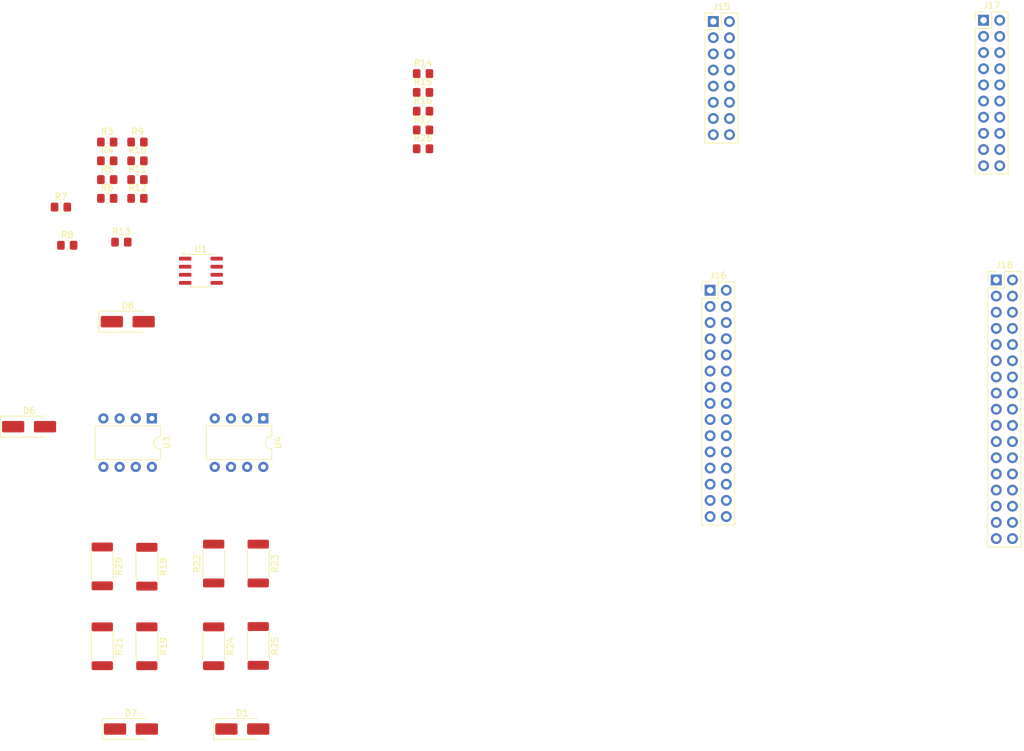
<source format=kicad_pcb>
(kicad_pcb (version 20240108) (generator "pcbnew") (generator_version "8.0")
  (layers (0 "F.Cu" power) (1 "In1.Cu" signal) (2 "In2.Cu" signal) (31 "B.Cu" signal) (34 "B.Paste" user) (35 "F.Paste" user) (36 "B.SilkS" user "B.Silkscreen") (37 "F.SilkS" user "F.Silkscreen") (38 "B.Mask" user) (39 "F.Mask" user) (44 "Edge.Cuts" user))
  (net 0 "")
  (net 1 "Vin2")
  (net 2 "Vin1")
  (net 3 "Net-(R12-Pad1)")
  (net 4 "Net-(D2-K)")
  (net 5 "GND")
  (net 6 "Net-(R10-Pad2)")
  (net 7 "Net-(D4-K)")
  (net 8 "Net-(J3-Pin_1)")
  (net 10 "Net-(J6-Pin_1)")
  (net 12 "Net-(J11-Pin_1)")
  (net 13 "Net-(J13-Pin_1)")
  (net 14 "Net-(U1-~{CS})")
  (net 15 "Net-(U1-T+)")
  (net 16 "Net-(U1-SO)")
  (net 17 "OV_TC")
  (net 18 "Net-(U1-T-)")
  (net 19 "+3V3_TC")
  (net 20 "Net-(U1-SCK)")
  (net 24 "Net-(J19-Pin_1)")
  (net 25 "Net-(U3-OUT_A)")
  (net 26 "Net-(U4-OUT_A)")
  (net 28 "Net-(J20-Pin_1)")
  (net 31 "Net-(R18-Pad2)")
  (net 32 "Net-(D7-K)")
  (net 33 "Net-(R20-Pad2)")
  (net 34 "Net-(R22-Pad2)")
  (net 35 "Net-(R23-Pad2)")
  (net 38 "Net-(D1-K)")
  (footprint "Resistor_SMD:R_0805_2012Metric_Pad1.20x1.40mm_HandSolder" (layer "F.Cu") (at 149.4 64.88)
    (property "Reference" "R17" (at 0 -1.65 0) (layer "F.SilkS"))
    (property "Value" "DNF")
    (fp_line (start -0.227064 -0.735) (end 0.227064 -0.735) (stroke (width 0.12)) (layer "F.SilkS"))
    (fp_line (start -0.227064 0.735) (end 0.227064 0.735) (stroke (width 0.12)) (layer "F.SilkS"))
    (pad "1" smd roundrect (at -1 0) (size 1.2 1.4) (layers "F.Cu" "F.Paste" "F.Mask") (roundrect_rratio 0.208333) (net 5 "GND"))
    (pad "2" smd roundrect (at 1 0) (size 1.2 1.4) (layers "F.Cu" "F.Paste" "F.Mask") (roundrect_rratio 0.208333) (net 26 "Net-(U4-OUT_A)"))
  )
  (footprint "Package_SO:SOIC-8_3.9x4.9mm_P1.27mm" (layer "F.Cu") (at 114.5 87)
    (property "Reference" "U1" (at 0 -3.4 0) (layer "F.SilkS"))
    (property "Value" "MAX31855KASA" (hide yes))
    (fp_line (start 0 -2.56) (end -1.95 -2.56) (stroke (width 0.12)) (layer "F.SilkS"))
    (fp_line (start 0 -2.56) (end 1.95 -2.56) (stroke (width 0.12)) (layer "F.SilkS"))
    (fp_line (start 0 2.56) (end -1.95 2.56) (stroke (width 0.12)) (layer "F.SilkS"))
    (fp_line (start 0 2.56) (end 1.95 2.56) (stroke (width 0.12)) (layer "F.SilkS"))
    (fp_poly (pts (xy -2.7 -2.465) (xy -2.94 -2.795) (xy -2.46 -2.795) (xy -2.7 -2.465)) (stroke (width 0.12)) (fill solid) (layer "F.SilkS"))
    (pad "1" smd roundrect (at -2.475 -1.905) (size 1.95 0.6) (layers "F.Cu" "F.Paste" "F.Mask") (net 17 "OV_TC"))
    (pad "2" smd roundrect (at -2.475 -0.635) (size 1.95 0.6) (layers "F.Cu" "F.Paste" "F.Mask") (net 18 "Net-(U1-T-)"))
    (pad "3" smd roundrect (at -2.475 0.635) (size 1.95 0.6) (layers "F.Cu" "F.Paste" "F.Mask") (net 15 "Net-(U1-T+)"))
    (pad "4" smd roundrect (at -2.475 1.905) (size 1.95 0.6) (layers "F.Cu" "F.Paste" "F.Mask") (net 19 "+3V3_TC"))
    (pad "5" smd roundrect (at 2.475 1.905) (size 1.95 0.6) (layers "F.Cu" "F.Paste" "F.Mask") (net 20 "Net-(U1-SCK)"))
    (pad "6" smd roundrect (at 2.475 0.635) (size 1.95 0.6) (layers "F.Cu" "F.Paste" "F.Mask") (net 14 "Net-(U1-~{CS})"))
    (pad "7" smd roundrect (at 2.475 -0.635) (size 1.95 0.6) (layers "F.Cu" "F.Paste" "F.Mask") (net 16 "Net-(U1-SO)"))
    (pad "8" smd roundrect (at 2.475 -1.905) (size 1.95 0.6) (layers "F.Cu" "F.Paste" "F.Mask"))
  )
  (footprint "Resistor_SMD:R_0805_2012Metric_Pad1.20x1.40mm_HandSolder" (layer "F.Cu") (at 99.78 75.63)
    (property "Reference" "R6" (at 0 -1.65 0) (layer "F.SilkS"))
    (property "Value" "R" (hide yes))
    (fp_line (start -0.227064 -0.735) (end 0.227064 -0.735) (stroke (width 0.12)) (layer "F.SilkS"))
    (fp_line (start -0.227064 0.735) (end 0.227064 0.735) (stroke (width 0.12)) (layer "F.SilkS"))
    (pad "1" smd roundrect (at -1 0) (size 1.2 1.4) (layers "F.Cu" "F.Paste" "F.Mask") (roundrect_rratio 0.208333) (net 7 "Net-(D4-K)"))
    (pad "2" smd roundrect (at 1 0) (size 1.2 1.4) (layers "F.Cu" "F.Paste" "F.Mask") (roundrect_rratio 0.208333) (net 6 "Net-(R10-Pad2)"))
  )
  (footprint "Diode_SMD:D_SMA_Handsoldering" (layer "F.Cu") (at 121 159)
    (property "Reference" "D1" (at 0 -2.5 0) (layer "F.SilkS"))
    (property "Value" "13V")
    (fp_line (start -4.51 -1.65) (end -4.51 1.65) (stroke (width 0.12)) (layer "F.SilkS"))
    (fp_line (start -4.51 -1.65) (end 2.5 -1.65) (stroke (width 0.12)) (layer "F.SilkS"))
    (fp_line (start -4.51 1.65) (end 2.5 1.65) (stroke (width 0.12)) (layer "F.SilkS"))
    (pad "1" smd roundrect (at -2.5 0) (size 3.5 1.8) (layers "F.Cu" "F.Paste" "F.Mask") (roundrect_rratio 0.1388888889) (net 38 "Net-(D1-K)"))
    (pad "2" smd roundrect (at 2.5 0) (size 3.5 1.8) (layers "F.Cu" "F.Paste" "F.Mask") (roundrect_rratio 0.1388888889) (net 5 "GND"))
  )
  (footprint "Diode_SMD:D_SMA_Handsoldering" (layer "F.Cu") (at 103.5 159)
    (property "Reference" "D7" (at 0 -2.5 0) (layer "F.SilkS"))
    (property "Value" "13V")
    (fp_line (start -4.51 -1.65) (end -4.51 1.65) (stroke (width 0.12)) (layer "F.SilkS"))
    (fp_line (start -4.51 -1.65) (end 2.5 -1.65) (stroke (width 0.12)) (layer "F.SilkS"))
    (fp_line (start -4.51 1.65) (end 2.5 1.65) (stroke (width 0.12)) (layer "F.SilkS"))
    (pad "1" smd roundrect (at -2.5 0) (size 3.5 1.8) (layers "F.Cu" "F.Paste" "F.Mask") (roundrect_rratio 0.1388888889) (net 32 "Net-(D7-K)"))
    (pad "2" smd roundrect (at 2.5 0) (size 3.5 1.8) (layers "F.Cu" "F.Paste" "F.Mask") (roundrect_rratio 0.1388888889) (net 5 "GND"))
  )
  (footprint "Resistor_SMD:R_0805_2012Metric_Pad1.20x1.40mm_HandSolder" (layer "F.Cu") (at 149.4 58.98)
    (property "Reference" "R15" (at 0 -1.65 0) (layer "F.SilkS"))
    (property "Value" "10k")
    (fp_line (start -0.227064 -0.735) (end 0.227064 -0.735) (stroke (width 0.12)) (layer "F.SilkS"))
    (fp_line (start -0.227064 0.735) (end 0.227064 0.735) (stroke (width 0.12)) (layer "F.SilkS"))
    (pad "1" smd roundrect (at -1 0) (size 1.2 1.4) (layers "F.Cu" "F.Paste" "F.Mask") (roundrect_rratio 0.208333) (net 5 "GND"))
    (pad "2" smd roundrect (at 1 0) (size 1.2 1.4) (layers "F.Cu" "F.Paste" "F.Mask") (roundrect_rratio 0.208333) (net 28 "Net-(J20-Pin_1)"))
  )
  (footprint "Resistor_SMD:R_0805_2012Metric_Pad1.20x1.40mm_HandSolder" (layer "F.Cu") (at 104.53 72.68)
    (property "Reference" "R11" (at 0 -1.65 0) (layer "F.SilkS"))
    (property "Value" "R" (hide yes))
    (fp_line (start -0.227064 -0.735) (end 0.227064 -0.735) (stroke (width 0.12)) (layer "F.SilkS"))
    (fp_line (start -0.227064 0.735) (end 0.227064 0.735) (stroke (width 0.12)) (layer "F.SilkS"))
    (pad "1" smd roundrect (at -1 0) (size 1.2 1.4) (layers "F.Cu" "F.Paste" "F.Mask") (roundrect_rratio 0.208333) (net 6 "Net-(R10-Pad2)"))
    (pad "2" smd roundrect (at 1 0) (size 1.2 1.4) (layers "F.Cu" "F.Paste" "F.Mask") (roundrect_rratio 0.208333))
  )
  (footprint "Resistor_SMD:R_0805_2012Metric_Pad1.20x1.40mm_HandSolder" (layer "F.Cu") (at 102 82.5)
    (property "Reference" "R13" (at 0 -1.65 0) (layer "F.SilkS"))
    (property "Value" "R" (hide yes))
    (fp_line (start -0.227064 -0.735) (end 0.227064 -0.735) (stroke (width 0.12)) (layer "F.SilkS"))
    (fp_line (start -0.227064 0.735) (end 0.227064 0.735) (stroke (width 0.12)) (layer "F.SilkS"))
    (pad "1" smd roundrect (at -1 0) (size 1.2 1.4) (layers "F.Cu" "F.Paste" "F.Mask") (roundrect_rratio 0.208333) (net 6 "Net-(R10-Pad2)"))
    (pad "2" smd roundrect (at 1 0) (size 1.2 1.4) (layers "F.Cu" "F.Paste" "F.Mask") (roundrect_rratio 0.208333) (net 13 "Net-(J13-Pin_1)"))
  )
  (footprint "Resistor_SMD:R_2512_6332Metric_Pad1.40x3.35mm_HandSolder" (layer "F.Cu") (at 106 133.5 -90)
    (property "Reference" "R18" (at 0 -2.62 90) (layer "F.SilkS"))
    (property "Value" "43R")
    (fp_line (start -2.177064 1.71) (end 2.177064 1.71) (stroke (width 0.12)) (layer "F.SilkS"))
    (fp_line (start -2.177064 -1.71) (end 2.177064 -1.71) (stroke (width 0.12)) (layer "F.SilkS"))
    (pad "1" smd roundrect (at -3.05 0 270) (size 1.4 3.35) (layers "F.Cu" "F.Paste" "F.Mask") (roundrect_rratio 0.178571) (net 25 "Net-(U3-OUT_A)"))
    (pad "2" smd roundrect (at 3.05 0 270) (size 1.4 3.35) (layers "F.Cu" "F.Paste" "F.Mask") (roundrect_rratio 0.178571) (net 31 "Net-(R18-Pad2)"))
  )
  (footprint "Resistor_SMD:R_0805_2012Metric_Pad1.20x1.40mm_HandSolder" (layer "F.Cu") (at 92.5 77)
    (property "Reference" "R7" (at 0 -1.65 0) (layer "F.SilkS"))
    (property "Value" "R" (hide yes))
    (fp_line (start -0.227064 -0.735) (end 0.227064 -0.735) (stroke (width 0.12)) (layer "F.SilkS"))
    (fp_line (start -0.227064 0.735) (end 0.227064 0.735) (stroke (width 0.12)) (layer "F.SilkS"))
    (pad "1" smd roundrect (at -1 0) (size 1.2 1.4) (layers "F.Cu" "F.Paste" "F.Mask") (roundrect_rratio 0.208333) (net 6 "Net-(R10-Pad2)"))
    (pad "2" smd roundrect (at 1 0) (size 1.2 1.4) (layers "F.Cu" "F.Paste" "F.Mask") (roundrect_rratio 0.208333) (net 5 "GND"))
  )
  (footprint "Resistor_SMD:R_0805_2012Metric_Pad1.20x1.40mm_HandSolder" (layer "F.Cu") (at 104.53 69.73)
    (property "Reference" "R10" (at 0 -1.65 0) (layer "F.SilkS"))
    (property "Value" "R" (hide yes))
    (fp_line (start -0.227064 -0.735) (end 0.227064 -0.735) (stroke (width 0.12)) (layer "F.SilkS"))
    (fp_line (start -0.227064 0.735) (end 0.227064 0.735) (stroke (width 0.12)) (layer "F.SilkS"))
    (pad "1" smd roundrect (at -1 0) (size 1.2 1.4) (layers "F.Cu" "F.Paste" "F.Mask") (roundrect_rratio 0.208333) (net 10 "Net-(J6-Pin_1)"))
    (pad "2" smd roundrect (at 1 0) (size 1.2 1.4) (layers "F.Cu" "F.Paste" "F.Mask") (roundrect_rratio 0.208333) (net 6 "Net-(R10-Pad2)"))
  )
  (footprint "Resistor_SMD:R_2512_6332Metric_Pad1.40x3.35mm_HandSolder" (layer "F.Cu") (at 99 146 -90)
    (property "Reference" "R21" (at 0 -2.62 90) (layer "F.SilkS"))
    (property "Value" "43R")
    (fp_line (start -2.177064 1.71) (end 2.177064 1.71) (stroke (width 0.12)) (layer "F.SilkS"))
    (fp_line (start -2.177064 -1.71) (end 2.177064 -1.71) (stroke (width 0.12)) (layer "F.SilkS"))
    (pad "1" smd roundrect (at -3.05 0 270) (size 1.4 3.35) (layers "F.Cu" "F.Paste" "F.Mask") (roundrect_rratio 0.178571) (net 33 "Net-(R20-Pad2)"))
    (pad "2" smd roundrect (at 3.05 0 270) (size 1.4 3.35) (layers "F.Cu" "F.Paste" "F.Mask") (roundrect_rratio 0.178571) (net 32 "Net-(D7-K)"))
  )
  (footprint "Package_DIP:DIP-8_W7.62mm" (layer "F.Cu") (at 124.3 110.2 -90)
    (property "Reference" "U4" (at 3.81 -2.33 90) (layer "F.SilkS"))
    (property "Value" "TC4427" (hide yes))
    (fp_line (start 1.16 8.95) (end 6.46 8.95) (stroke (width 0.12)) (layer "F.SilkS"))
    (fp_line (start 6.46 8.95) (end 6.46 -1.33) (stroke (width 0.12)) (layer "F.SilkS"))
    (fp_line (start 1.16 -1.33) (end 1.16 8.95) (stroke (width 0.12)) (layer "F.SilkS"))
    (fp_line (start 2.81 -1.33) (end 1.16 -1.33) (stroke (width 0.12)) (layer "F.SilkS"))
    (fp_line (start 6.46 -1.33) (end 4.81 -1.33) (stroke (width 0.12)) (layer "F.SilkS"))
    (fp_arc (start 4.81 -1.33) (mid 3.81 -0.33) (end 2.81 -1.33) (stroke (width 0.12)) (layer "F.SilkS"))
    (pad "1" thru_hole rect (at 0 0 270) (size 1.6 1.6) (drill 0.8) (layers "*.Cu" "*.Mask"))
    (pad "2" thru_hole oval (at 0 2.54 270) (size 1.6 1.6) (drill 0.8) (layers "*.Cu" "*.Mask") (net 28 "Net-(J20-Pin_1)"))
    (pad "3" thru_hole oval (at 0 5.08 270) (size 1.6 1.6) (drill 0.8) (layers "*.Cu" "*.Mask") (net 5 "GND"))
    (pad "4" thru_hole oval (at 0 7.62 270) (size 1.6 1.6) (drill 0.8) (layers "*.Cu" "*.Mask") (net 5 "GND"))
    (pad "5" thru_hole oval (at 7.62 7.62 270) (size 1.6 1.6) (drill 0.8) (layers "*.Cu" "*.Mask"))
    (pad "6" thru_hole oval (at 7.62 5.08 270) (size 1.6 1.6) (drill 0.8) (layers "*.Cu" "*.Mask") (net 1 "Vin2"))
    (pad "7" thru_hole oval (at 7.62 2.54 270) (size 1.6 1.6) (drill 0.8) (layers "*.Cu" "*.Mask") (net 26 "Net-(U4-OUT_A)"))
    (pad "8" thru_hole oval (at 7.62 0 270) (size 1.6 1.6) (drill 0.8) (layers "*.Cu" "*.Mask"))
  )
  (footprint "Resistor_SMD:R_0805_2012Metric_Pad1.20x1.40mm_HandSolder" (layer "F.Cu") (at 99.78 66.78)
    (property "Reference" "R3" (at 0 -1.65 0) (layer "F.SilkS"))
    (property "Value" "0R" (hide yes))
    (fp_line (start -0.227064 -0.735) (end 0.227064 -0.735) (stroke (width 0.12)) (layer "F.SilkS"))
    (fp_line (start -0.227064 0.735) (end 0.227064 0.735) (stroke (width 0.12)) (layer "F.SilkS"))
    (pad "1" smd roundrect (at -1 0) (size 1.2 1.4) (layers "F.Cu" "F.Paste" "F.Mask") (roundrect_rratio 0.208333) (net 2 "Vin1"))
    (pad "2" smd roundrect (at 1 0) (size 1.2 1.4) (layers "F.Cu" "F.Paste" "F.Mask") (roundrect_rratio 0.208333) (net 1 "Vin2"))
  )
  (footprint "Resistor_SMD:R_0805_2012Metric_Pad1.20x1.40mm_HandSolder" (layer "F.Cu") (at 93.5 83)
    (property "Reference" "R8" (at 0 -1.65 0) (layer "F.SilkS"))
    (property "Value" "R" (hide yes))
    (fp_line (start -0.227064 -0.735) (end 0.227064 -0.735) (stroke (width 0.12)) (layer "F.SilkS"))
    (fp_line (start -0.227064 0.735) (end 0.227064 0.735) (stroke (width 0.12)) (layer "F.SilkS"))
    (pad "1" smd roundrect (at -1 0) (size 1.2 1.4) (layers "F.Cu" "F.Paste" "F.Mask") (roundrect_rratio 0.208333) (net 8 "Net-(J3-Pin_1)"))
    (pad "2" smd roundrect (at 1 0) (size 1.2 1.4) (layers "F.Cu" "F.Paste" "F.Mask") (roundrect_rratio 0.208333) (net 3 "Net-(R12-Pad1)"))
  )
  (footprint "Resistor_SMD:R_0805_2012Metric_Pad1.20x1.40mm_HandSolder" (layer "F.Cu") (at 149.4 56.03)
    (property "Reference" "R14" (at 0 -1.65 0) (layer "F.SilkS"))
    (property "Value" "10k")
    (fp_line (start -0.227064 -0.735) (end 0.227064 -0.735) (stroke (width 0.12)) (layer "F.SilkS"))
    (fp_line (start -0.227064 0.735) (end 0.227064 0.735) (stroke (width 0.12)) (layer "F.SilkS"))
    (pad "1" smd roundrect (at -1 0) (size 1.2 1.4) (layers "F.Cu" "F.Paste" "F.Mask") (roundrect_rratio 0.208333) (net 5 "GND"))
    (pad "2" smd roundrect (at 1 0) (size 1.2 1.4) (layers "F.Cu" "F.Paste" "F.Mask") (roundrect_rratio 0.208333) (net 24 "Net-(J19-Pin_1)"))
  )
  (footprint "Resistor_SMD:R_2512_6332Metric_Pad1.40x3.35mm_HandSolder" (layer "F.Cu") (at 99 133.45 -90)
    (property "Reference" "R20" (at 0 -2.62 90) (layer "F.SilkS"))
    (property "Value" "43R")
    (fp_line (start -2.177064 1.71) (end 2.177064 1.71) (stroke (width 0.12)) (layer "F.SilkS"))
    (fp_line (start -2.177064 -1.71) (end 2.177064 -1.71) (stroke (width 0.12)) (layer "F.SilkS"))
    (pad "1" smd roundrect (at -3.05 0 270) (size 1.4 3.35) (layers "F.Cu" "F.Paste" "F.Mask") (roundrect_rratio 0.178571) (net 25 "Net-(U3-OUT_A)"))
    (pad "2" smd roundrect (at 3.05 0 270) (size 1.4 3.35) (layers "F.Cu" "F.Paste" "F.Mask") (roundrect_rratio 0.178571) (net 33 "Net-(R20-Pad2)"))
  )
  (footprint "Resistor_SMD:R_2512_6332Metric_Pad1.40x3.35mm_HandSolder" (layer "F.Cu") (at 106 146 -90)
    (property "Reference" "R19" (at 0 -2.62 90) (layer "F.SilkS"))
    (property "Value" "43R")
    (fp_line (start -2.177064 1.71) (end 2.177064 1.71) (stroke (width 0.12)) (layer "F.SilkS"))
    (fp_line (start -2.177064 -1.71) (end 2.177064 -1.71) (stroke (width 0.12)) (layer "F.SilkS"))
    (pad "1" smd roundrect (at -3.05 0 270) (size 1.4 3.35) (layers "F.Cu" "F.Paste" "F.Mask") (roundrect_rratio 0.178571) (net 31 "Net-(R18-Pad2)"))
    (pad "2" smd roundrect (at 3.05 0 270) (size 1.4 3.35) (layers "F.Cu" "F.Paste" "F.Mask") (roundrect_rratio 0.178571) (net 32 "Net-(D7-K)"))
  )
  (footprint "Diode_SMD:D_SMA_Handsoldering" (layer "F.Cu") (at 87.5 111.5)
    (property "Reference" "D6" (at 0 -2.5 0) (layer "F.SilkS"))
    (property "Value" "13V")
    (fp_line (start -4.51 -1.65) (end -4.51 1.65) (stroke (width 0.12)) (layer "F.SilkS"))
    (fp_line (start -4.51 -1.65) (end 2.5 -1.65) (stroke (width 0.12)) (layer "F.SilkS"))
    (fp_line (start -4.51 1.65) (end 2.5 1.65) (stroke (width 0.12)) (layer "F.SilkS"))
    (pad "1" smd roundrect (at -2.5 0) (size 3.5 1.8) (layers "F.Cu" "F.Paste" "F.Mask") (roundrect_rratio 0.1388888889) (net 2 "Vin1"))
    (pad "2" smd roundrect (at 2.5 0) (size 3.5 1.8) (layers "F.Cu" "F.Paste" "F.Mask") (roundrect_rratio 0.1388888889) (net 5 "GND"))
  )
  (footprint "Resistor_SMD:R_0805_2012Metric_Pad1.20x1.40mm_HandSolder" (layer "F.Cu") (at 104.53 66.78)
    (property "Reference" "R9" (at 0 -1.65 0) (layer "F.SilkS"))
    (property "Value" "R" (hide yes))
    (fp_line (start -0.227064 -0.735) (end 0.227064 -0.735) (stroke (width 0.12)) (layer "F.SilkS"))
    (fp_line (start -0.227064 0.735) (end 0.227064 0.735) (stroke (width 0.12)) (layer "F.SilkS"))
    (pad "1" smd roundrect (at -1 0) (size 1.2 1.4) (layers "F.Cu" "F.Paste" "F.Mask") (roundrect_rratio 0.208333) (net 3 "Net-(R12-Pad1)"))
    (pad "2" smd roundrect (at 1 0) (size 1.2 1.4) (layers "F.Cu" "F.Paste" "F.Mask") (roundrect_rratio 0.208333))
  )
  (footprint "Resistor_SMD:R_0805_2012Metric_Pad1.20x1.40mm_HandSolder" (layer "F.Cu") (at 149.4 67.83)
    (property "Reference" "R26" (at 0 -1.65 0) (layer "F.SilkS"))
    (property "Value" "10k")
    (fp_line (start -0.227064 -0.735) (end 0.227064 -0.735) (stroke (width 0.12)) (layer "F.SilkS"))
    (fp_line (start -0.227064 0.735) (end 0.227064 0.735) (stroke (width 0.12)) (layer "F.SilkS"))
    (pad "1" smd roundrect (at -1 0) (size 1.2 1.4) (layers "F.Cu" "F.Paste" "F.Mask") (roundrect_rratio 0.208333))
    (pad "2" smd roundrect (at 1 0) (size 1.2 1.4) (layers "F.Cu" "F.Paste" "F.Mask") (roundrect_rratio 0.208333))
  )
  (footprint "Connector_PinHeader_2.54mm:PinHeader_2x15_P2.54mm_Vertical" (layer "F.Cu") (at 194.5 90.06)
    (property "Reference" "J16" (at 1.27 -2.33 0) (layer "F.SilkS"))
    (property "Value" "~")
    (fp_line (start -1.33 -1.33) (end 0 -1.33) (stroke (width 0.12)) (layer "F.SilkS"))
    (fp_line (start -1.33 0) (end -1.33 -1.33) (stroke (width 0.12)) (layer "F.SilkS"))
    (fp_line (start -1.33 1.27) (end -1.33 36.89) (stroke (width 0.12)) (layer "F.SilkS"))
    (fp_line (start -1.33 1.27) (end 1.27 1.27) (stroke (width 0.12)) (layer "F.SilkS"))
    (fp_line (start -1.33 36.89) (end 3.87 36.89) (stroke (width 0.12)) (layer "F.SilkS"))
    (fp_line (start 1.27 -1.33) (end 3.87 -1.33) (stroke (width 0.12)) (layer "F.SilkS"))
    (fp_line (start 1.27 1.27) (end 1.27 -1.33) (stroke (width 0.12)) (layer "F.SilkS"))
    (fp_line (start 3.87 -1.33) (end 3.87 36.89) (stroke (width 0.12)) (layer "F.SilkS"))
    (pad "1" thru_hole rect (at 0 0) (size 1.7 1.7) (drill 1) (layers "*.Cu" "*.Mask"))
    (pad "2" thru_hole oval (at 2.54 0) (size 1.7 1.7) (drill 1) (layers "*.Cu" "*.Mask"))
    (pad "3" thru_hole oval (at 0 2.54) (size 1.7 1.7) (drill 1) (layers "*.Cu" "*.Mask"))
    (pad "4" thru_hole oval (at 2.54 2.54) (size 1.7 1.7) (drill 1) (layers "*.Cu" "*.Mask"))
    (pad "5" thru_hole oval (at 0 5.08) (size 1.7 1.7) (drill 1) (layers "*.Cu" "*.Mask"))
    (pad "6" thru_hole oval (at 2.54 5.08) (size 1.7 1.7) (drill 1) (layers "*.Cu" "*.Mask"))
    (pad "7" thru_hole oval (at 0 7.62) (size 1.7 1.7) (drill 1) (layers "*.Cu" "*.Mask"))
    (pad "8" thru_hole oval (at 2.54 7.62) (size 1.7 1.7) (drill 1) (layers "*.Cu" "*.Mask"))
    (pad "9" thru_hole oval (at 0 10.16) (size 1.7 1.7) (drill 1) (layers "*.Cu" "*.Mask"))
    (pad "10" thru_hole oval (at 2.54 10.16) (size 1.7 1.7) (drill 1) (layers "*.Cu" "*.Mask"))
    (pad "11" thru_hole oval (at 0 12.7) (size 1.7 1.7) (drill 1) (layers "*.Cu" "*.Mask"))
    (pad "12" thru_hole oval (at 2.54 12.7) (size 1.7 1.7) (drill 1) (layers "*.Cu" "*.Mask"))
    (pad "13" thru_hole oval (at 0 15.24) (size 1.7 1.7) (drill 1) (layers "*.Cu" "*.Mask"))
    (pad "14" thru_hole oval (at 2.54 15.24) (size 1.7 1.7) (drill 1) (layers "*.Cu" "*.Mask"))
    (pad "15" thru_hole oval (at 0 17.78) (size 1.7 1.7) (drill 1) (layers "*.Cu" "*.Mask"))
    (pad "16" thru_hole oval (at 2.54 17.78) (size 1.7 1.7) (drill 1) (layers "*.Cu" "*.Mask"))
    (pad "17" thru_hole oval (at 0 20.32) (size 1.7 1.7) (drill 1) (layers "*.Cu" "*.Mask"))
    (pad "18" thru_hole oval (at 2.54 20.32) (size 1.7 1.7) (drill 1) (layers "*.Cu" "*.Mask"))
    (pad "19" thru_hole oval (at 0 22.86) (size 1.7 1.7) (drill 1) (layers "*.Cu" "*.Mask"))
    (pad "20" thru_hole oval (at 2.54 22.86) (size 1.7 1.7) (drill 1) (layers "*.Cu" "*.Mask"))
    (pad "21" thru_hole oval (at 0 25.4) (size 1.7 1.7) (drill 1) (layers "*.Cu" "*.Mask"))
    (pad "22" thru_hole oval (at 2.54 25.4) (size 1.7 1.7) (drill 1) (layers "*.Cu" "*.Mask"))
    (pad "23" thru_hole oval (at 0 27.94) (size 1.7 1.7) (drill 1) (layers "*.Cu" "*.Mask"))
    (pad "24" thru_hole oval (at 2.54 27.94) (size 1.7 1.7) (drill 1) (layers "*.Cu" "*.Mask"))
    (pad "25" thru_hole oval (at 0 30.48) (size 1.7 1.7) (drill 1) (layers "*.Cu" "*.Mask"))
    (pad "26" thru_hole oval (at 2.54 30.48) (size 1.7 1.7) (drill 1) (layers "*.Cu" "*.Mask"))
    (pad "27" thru_hole oval (at 0 33.02) (size 1.7 1.7) (drill 1) (layers "*.Cu" "*.Mask"))
    (pad "28" thru_hole oval (at 2.54 33.02) (size 1.7 1.7) (drill 1) (layers "*.Cu" "*.Mask"))
    (pad "29" thru_hole oval (at 0 35.56) (size 1.7 1.7) (drill 1) (layers "*.Cu" "*.Mask"))
    (pad "30" thru_hole oval (at 2.54 35.56) (size 1.7 1.7) (drill 1) (layers "*.Cu" "*.Mask"))
  )
  (footprint "Package_DIP:DIP-8_W7.62mm" (layer "F.Cu") (at 106.8 110.2 -90)
    (property "Reference" "U3" (at 3.81 -2.33 90) (layer "F.SilkS"))
    (property "Value" "TC4427" (hide yes))
    (fp_line (start 1.16 8.95) (end 6.46 8.95) (stroke (width 0.12)) (layer "F.SilkS"))
    (fp_line (start 6.46 8.95) (end 6.46 -1.33) (stroke (width 0.12)) (layer "F.SilkS"))
    (fp_line (start 1.16 -1.33) (end 1.16 8.95) (stroke (width 0.12)) (layer "F.SilkS"))
    (fp_line (start 2.81 -1.33) (end 1.16 -1.33) (stroke (width 0.12)) (layer "F.SilkS"))
    (fp_line (start 6.46 -1.33) (end 4.81 -1.33) (stroke (width 0.12)) (layer "F.SilkS"))
    (fp_arc (start 4.81 -1.33) (mid 3.81 -0.33) (end 2.81 -1.33) (stroke (width 0.12)) (layer "F.SilkS"))
    (pad "1" thru_hole rect (at 0 0 270) (size 1.6 1.6) (drill 0.8) (layers "*.Cu" "*.Mask"))
    (pad "2" thru_hole oval (at 0 2.54 270) (size 1.6 1.6) (drill 0.8) (layers "*.Cu" "*.Mask") (net 24 "Net-(J19-Pin_1)"))
    (pad "3" thru_hole oval (at 0 5.08 270) (size 1.6 1.6) (drill 0.8) (layers "*.Cu" "*.Mask") (net 5 "GND"))
    (pad "4" thru_hole oval (at 0 7.62 270) (size 1.6 1.6) (drill 0.8) (layers "*.Cu" "*.Mask") (net 5 "GND"))
    (pad "5" thru_hole oval (at 7.62 7.62 270) (size 1.6 1.6) (drill 0.8) (layers "*.Cu" "*.Mask"))
    (pad "6" thru_hole oval (at 7.62 5.08 270) (size 1.6 1.6) (drill 0.8) (layers "*.Cu" "*.Mask") (net 2 "Vin1"))
    (pad "7" thru_hole oval (at 7.62 2.54 270) (size 1.6 1.6) (drill 0.8) (layers "*.Cu" "*.Mask") (net 25 "Net-(U3-OUT_A)"))
    (pad "8" thru_hole oval (at 7.62 0 270) (size 1.6 1.6) (drill 0.8) (layers "*.Cu" "*.Mask"))
  )
  (footprint "Connector_PinHeader_2.54mm:PinHeader_2x17_P2.54mm_Vertical" (layer "F.Cu") (at 239.46 88.44)
    (property "Reference" "J18" (at 1.27 -2.33 0) (layer "F.SilkS"))
    (property "Value" "~")
    (fp_line (start -1.33 -1.33) (end 0 -1.33) (stroke (width 0.12)) (layer "F.SilkS"))
    (fp_line (start -1.33 0) (end -1.33 -1.33) (stroke (width 0.12)) (layer "F.SilkS"))
    (fp_line (start -1.33 1.27) (end -1.33 41.97) (stroke (width 0.12)) (layer "F.SilkS"))
    (fp_line (start -1.33 1.27) (end 1.27 1.27) (stroke (width 0.12)) (layer "F.SilkS"))
    (fp_line (start -1.33 41.97) (end 3.87 41.97) (stroke (width 0.12)) (layer "F.SilkS"))
    (fp_line (start 1.27 -1.33) (end 3.87 -1.33) (stroke (width 0.12)) (layer "F.SilkS"))
    (fp_line (start 1.27 1.27) (end 1.27 -1.33) (stroke (width 0.12)) (layer "F.SilkS"))
    (fp_line (start 3.87 -1.33) (end 3.87 41.97) (stroke (width 0.12)) (layer "F.SilkS"))
    (pad "1" thru_hole rect (at 0 0) (size 1.7 1.7) (drill 1) (layers "*.Cu" "*.Mask"))
    (pad "2" thru_hole oval (at 2.54 0) (size 1.7 1.7) (drill 1) (layers "*.Cu" "*.Mask"))
    (pad "3" thru_hole oval (at 0 2.54) (size 1.7 1.7) (drill 1) (layers "*.Cu" "*.Mask"))
    (pad "4" thru_hole oval (at 2.54 2.54) (size 1.7 1.7) (drill 1) (layers "*.Cu" "*.Mask"))
    (pad "5" thru_hole oval (at 0 5.08) (size 1.7 1.7) (drill 1) (layers "*.Cu" "*.Mask"))
    (pad "6" thru_hole oval (at 2.54 5.08) (size 1.7 1.7) (drill 1) (layers "*.Cu" "*.Mask"))
    (pad "7" thru_hole oval (at 0 7.62) (size 1.7 1.7) (drill 1) (layers "*.Cu" "*.Mask"))
    (pad "8" thru_hole oval (at 2.54 7.62) (size 1.7 1.7) (drill 1) (layers "*.Cu" "*.Mask"))
    (pad "9" thru_hole oval (at 0 10.16) (size 1.7 1.7) (drill 1) (layers "*.Cu" "*.Mask"))
    (pad "10" thru_hole oval (at 2.54 10.16) (size 1.7 1.7) (drill 1) (layers "*.Cu" "*.Mask"))
    (pad "11" thru_hole oval (at 0 12.7) (size 1.7 1.7) (drill 1) (layers "*.Cu" "*.Mask"))
    (pad "12" thru_hole oval (at 2.54 12.7) (size 1.7 1.7) (drill 1) (layers "*.Cu" "*.Mask"))
    (pad "13" thru_hole oval (at 0 15.24) (size 1.7 1.7) (drill 1) (layers "*.Cu" "*.Mask"))
    (pad "14" thru_hole oval (at 2.54 15.24) (size 1.7 1.7) (drill 1) (layers "*.Cu" "*.Mask"))
    (pad "15" thru_hole oval (at 0 17.78) (size 1.7 1.7) (drill 1) (layers "*.Cu" "*.Mask"))
    (pad "16" thru_hole oval (at 2.54 17.78) (size 1.7 1.7) (drill 1) (layers "*.Cu" "*.Mask"))
    (pad "17" thru_hole oval (at 0 20.32) (size 1.7 1.7) (drill 1) (layers "*.Cu" "*.Mask"))
    (pad "18" thru_hole oval (at 2.54 20.32) (size 1.7 1.7) (drill 1) (layers "*.Cu" "*.Mask"))
    (pad "19" thru_hole oval (at 0 22.86) (size 1.7 1.7) (drill 1) (layers "*.Cu" "*.Mask"))
    (pad "20" thru_hole oval (at 2.54 22.86) (size 1.7 1.7) (drill 1) (layers "*.Cu" "*.Mask"))
    (pad "21" thru_hole oval (at 0 25.4) (size 1.7 1.7) (drill 1) (layers "*.Cu" "*.Mask"))
    (pad "22" thru_hole oval (at 2.54 25.4) (size 1.7 1.7) (drill 1) (layers "*.Cu" "*.Mask"))
    (pad "23" thru_hole oval (at 0 27.94) (size 1.7 1.7) (drill 1) (layers "*.Cu" "*.Mask"))
    (pad "24" thru_hole oval (at 2.54 27.94) (size 1.7 1.7) (drill 1) (layers "*.Cu" "*.Mask"))
    (pad "25" thru_hole oval (at 0 30.48) (size 1.7 1.7) (drill 1) (layers "*.Cu" "*.Mask"))
    (pad "26" thru_hole oval (at 2.54 30.48) (size 1.7 1.7) (drill 1) (layers "*.Cu" "*.Mask"))
    (pad "27" thru_hole oval (at 0 33.02) (size 1.7 1.7) (drill 1) (layers "*.Cu" "*.Mask"))
    (pad "28" thru_hole oval (at 2.54 33.02) (size 1.7 1.7) (drill 1) (layers "*.Cu" "*.Mask"))
    (pad "29" thru_hole oval (at 0 35.56) (size 1.7 1.7) (drill 1) (layers "*.Cu" "*.Mask"))
    (pad "30" thru_hole oval (at 2.54 35.56) (size 1.7 1.7) (drill 1) (layers "*.Cu" "*.Mask"))
    (pad "31" thru_hole oval (at 0 38.1) (size 1.7 1.7) (drill 1) (layers "*.Cu" "*.Mask"))
    (pad "32" thru_hole oval (at 2.54 38.1) (size 1.7 1.7) (drill 1) (layers "*.Cu" "*.Mask"))
    (pad "33" thru_hole oval (at 0 40.64) (size 1.7 1.7) (drill 1) (layers "*.Cu" "*.Mask"))
    (pad "34" thru_hole oval (at 2.54 40.64) (size 1.7 1.7) (drill 1) (layers "*.Cu" "*.Mask"))
  )
  (footprint "Resistor_SMD:R_0805_2012Metric_Pad1.20x1.40mm_HandSolder" (layer "F.Cu") (at 149.4 61.93)
    (property "Reference" "R16" (at 0 -1.65 0) (layer "F.SilkS"))
    (property "Value" "DNF")
    (fp_line (start -0.227064 -0.735) (end 0.227064 -0.735) (stroke (width 0.12)) (layer "F.SilkS"))
    (fp_line (start -0.227064 0.735) (end 0.227064 0.735) (stroke (width 0.12)) (layer "F.SilkS"))
    (pad "1" smd roundrect (at -1 0) (size 1.2 1.4) (layers "F.Cu" "F.Paste" "F.Mask") (roundrect_rratio 0.208333) (net 5 "GND"))
    (pad "2" smd roundrect (at 1 0) (size 1.2 1.4) (layers "F.Cu" "F.Paste" "F.Mask") (roundrect_rratio 0.208333) (net 25 "Net-(U3-OUT_A)"))
  )
  (footprint "Resistor_SMD:R_2512_6332Metric_Pad1.40x3.35mm_HandSolder" (layer "F.Cu") (at 123.5 133 -90)
    (property "Reference" "R23" (at 0 -2.62 90) (layer "F.SilkS"))
    (property "Value" "43R")
    (fp_line (start -2.177064 1.71) (end 2.177064 1.71) (stroke (width 0.12)) (layer "F.SilkS"))
    (fp_line (start -2.177064 -1.71) (end 2.177064 -1.71) (stroke (width 0.12)) (layer "F.SilkS"))
    (pad "1" smd roundrect (at -3.05 0 270) (size 1.4 3.35) (layers "F.Cu" "F.Paste" "F.Mask") (roundrect_rratio 0.178571) (net 26 "Net-(U4-OUT_A)"))
    (pad "2" smd roundrect (at 3.05 0 270) (size 1.4 3.35) (layers "F.Cu" "F.Paste" "F.Mask") (roundrect_rratio 0.178571) (net 35 "Net-(R23-Pad2)"))
  )
  (footprint "Resistor_SMD:R_2512_6332Metric_Pad1.40x3.35mm_HandSolder" (layer "F.Cu") (at 116.5 146 -90)
    (property "Reference" "R24" (at 0 -2.62 90) (layer "F.SilkS"))
    (property "Value" "43R")
    (fp_line (start -2.177064 1.71) (end 2.177064 1.71) (stroke (width 0.12)) (layer "F.SilkS"))
    (fp_line (start -2.177064 -1.71) (end 2.177064 -1.71) (stroke (width 0.12)) (layer "F.SilkS"))
    (pad "1" smd roundrect (at -3.05 0 270) (size 1.4 3.35) (layers "F.Cu" "F.Paste" "F.Mask") (roundrect_rratio 0.178571) (net 34 "Net-(R22-Pad2)"))
    (pad "2" smd roundrect (at 3.05 0 270) (size 1.4 3.35) (layers "F.Cu" "F.Paste" "F.Mask") (roundrect_rratio 0.178571) (net 38 "Net-(D1-K)"))
  )
  (footprint "Diode_SMD:D_SMA_Handsoldering" (layer "F.Cu") (at 103 95)
    (property "Reference" "D8" (at 0 -2.5 0) (layer "F.SilkS"))
    (property "Value" "13V")
    (fp_line (start -4.51 -1.65) (end -4.51 1.65) (stroke (width 0.12)) (layer "F.SilkS"))
    (fp_line (start -4.51 -1.65) (end 2.5 -1.65) (stroke (width 0.12)) (layer "F.SilkS"))
    (fp_line (start -4.51 1.65) (end 2.5 1.65) (stroke (width 0.12)) (layer "F.SilkS"))
    (pad "1" smd roundrect (at -2.5 0) (size 3.5 1.8) (layers "F.Cu" "F.Paste" "F.Mask") (roundrect_rratio 0.1388888889) (net 1 "Vin2"))
    (pad "2" smd roundrect (at 2.5 0) (size 3.5 1.8) (layers "F.Cu" "F.Paste" "F.Mask") (roundrect_rratio 0.1388888889) (net 5 "GND"))
  )
  (footprint "Resistor_SMD:R_0805_2012Metric_Pad1.20x1.40mm_HandSolder" (layer "F.Cu") (at 99.78 72.68)
    (property "Reference" "R5" (at 0 -1.65 0) (layer "F.SilkS"))
    (property "Value" "R" (hide yes))
    (fp_line (start -0.227064 -0.735) (end 0.227064 -0.735) (stroke (width 0.12)) (layer "F.SilkS"))
    (fp_line (start -0.227064 0.735) (end 0.227064 0.735) (stroke (width 0.12)) (layer "F.SilkS"))
    (pad "1" smd roundrect (at -1 0) (size 1.2 1.4) (layers "F.Cu" "F.Paste" "F.Mask") (roundrect_rratio 0.208333) (net 3 "Net-(R12-Pad1)"))
    (pad "2" smd roundrect (at 1 0) (size 1.2 1.4) (layers "F.Cu" "F.Paste" "F.Mask") (roundrect_rratio 0.208333) (net 5 "GND"))
  )
  (footprint "Connector_PinHeader_2.54mm:PinHeader_2x10_P2.54mm_Vertical" (layer "F.Cu") (at 237.46 47.64)
    (property "Reference" "J17" (at 1.27 -2.33 0) (layer "F.SilkS"))
    (property "Value" "~")
    (fp_line (start -1.33 -1.33) (end 0 -1.33) (stroke (width 0.12)) (layer "F.SilkS"))
    (fp_line (start -1.33 0) (end -1.33 -1.33) (stroke (width 0.12)) (layer "F.SilkS"))
    (fp_line (start -1.33 1.27) (end -1.33 24.19) (stroke (width 0.12)) (layer "F.SilkS"))
    (fp_line (start -1.33 1.27) (end 1.27 1.27) (stroke (width 0.12)) (layer "F.SilkS"))
    (fp_line (start -1.33 24.19) (end 3.87 24.19) (stroke (width 0.12)) (layer "F.SilkS"))
    (fp_line (start 1.27 -1.33) (end 3.87 -1.33) (stroke (width 0.12)) (layer "F.SilkS"))
    (fp_line (start 1.27 1.27) (end 1.27 -1.33) (stroke (width 0.12)) (layer "F.SilkS"))
    (fp_line (start 3.87 -1.33) (end 3.87 24.19) (stroke (width 0.12)) (layer "F.SilkS"))
    (pad "1" thru_hole rect (at 0 0) (size 1.7 1.7) (drill 1) (layers "*.Cu" "*.Mask"))
    (pad "2" thru_hole oval (at 2.54 0) (size 1.7 1.7) (drill 1) (layers "*.Cu" "*.Mask"))
    (pad "3" thru_hole oval (at 0 2.54) (size 1.7 1.7) (drill 1) (layers "*.Cu" "*.Mask"))
    (pad "4" thru_hole oval (at 2.54 2.54) (size 1.7 1.7) (drill 1) (layers "*.Cu" "*.Mask"))
    (pad "5" thru_hole oval (at 0 5.08) (size 1.7 1.7) (drill 1) (layers "*.Cu" "*.Mask"))
    (pad "6" thru_hole oval (at 2.54 5.08) (size 1.7 1.7) (drill 1) (layers "*.Cu" "*.Mask"))
    (pad "7" thru_hole oval (at 0 7.62) (size 1.7 1.7) (drill 1) (layers "*.Cu" "*.Mask"))
    (pad "8" thru_hole oval (at 2.54 7.62) (size 1.7 1.7) (drill 1) (layers "*.Cu" "*.Mask"))
    (pad "9" thru_hole oval (at 0 10.16) (size 1.7 1.7) (drill 1) (layers "*.Cu" "*.Mask"))
    (pad "10" thru_hole oval (at 2.54 10.16) (size 1.7 1.7) (drill 1) (layers "*.Cu" "*.Mask"))
    (pad "11" thru_hole oval (at 0 12.7) (size 1.7 1.7) (drill 1) (layers "*.Cu" "*.Mask"))
    (pad "12" thru_hole oval (at 2.54 12.7) (size 1.7 1.7) (drill 1) (layers "*.Cu" "*.Mask"))
    (pad "13" thru_hole oval (at 0 15.24) (size 1.7 1.7) (drill 1) (layers "*.Cu" "*.Mask"))
    (pad "14" thru_hole oval (at 2.54 15.24) (size 1.7 1.7) (drill 1) (layers "*.Cu" "*.Mask"))
    (pad "15" thru_hole oval (at 0 17.78) (size 1.7 1.7) (drill 1) (layers "*.Cu" "*.Mask"))
    (pad "16" thru_hole oval (at 2.54 17.78) (size 1.7 1.7) (drill 1) (layers "*.Cu" "*.Mask"))
    (pad "17" thru_hole oval (at 0 20.32) (size 1.7 1.7) (drill 1) (layers "*.Cu" "*.Mask"))
    (pad "18" thru_hole oval (at 2.54 20.32) (size 1.7 1.7) (drill 1) (layers "*.Cu" "*.Mask"))
    (pad "19" thru_hole oval (at 0 22.86) (size 1.7 1.7) (drill 1) (layers "*.Cu" "*.Mask"))
    (pad "20" thru_hole oval (at 2.54 22.86) (size 1.7 1.7) (drill 1) (layers "*.Cu" "*.Mask"))
  )
  (footprint "Resistor_SMD:R_2512_6332Metric_Pad1.40x3.35mm_HandSolder" (layer "F.Cu") (at 116.5 133 90)
    (property "Reference" "R22" (at 0 -2.62 90) (layer "F.SilkS"))
    (property "Value" "43R")
    (fp_line (start -2.177064 -1.71) (end 2.177064 -1.71) (stroke (width 0.12)) (layer "F.SilkS"))
    (fp_line (start -2.177064 1.71) (end 2.177064 1.71) (stroke (width 0.12)) (layer "F.SilkS"))
    (pad "1" smd roundrect (at -3.05 0 90) (size 1.4 3.35) (layers "F.Cu" "F.Paste" "F.Mask") (roundrect_rratio 0.178571) (net 26 "Net-(U4-OUT_A)"))
    (pad "2" smd roundrect (at 3.05 0 90) (size 1.4 3.35) (layers "F.Cu" "F.Paste" "F.Mask") (roundrect_rratio 0.178571) (net 34 "Net-(R22-Pad2)"))
  )
  (footprint "Resistor_SMD:R_2512_6332Metric_Pad1.40x3.35mm_HandSolder" (layer "F.Cu") (at 123.5 145.95 -90)
    (property "Reference" "R25" (at 0 -2.62 90) (layer "F.SilkS"))
    (property "Value" "43R")
    (fp_line (start -2.177064 1.71) (end 2.177064 1.71) (stroke (width 0.12)) (layer "F.SilkS"))
    (fp_line (start -2.177064 -1.71) (end 2.177064 -1.71) (stroke (width 0.12)) (layer "F.SilkS"))
    (pad "1" smd roundrect (at -3.05 0 270) (size 1.4 3.35) (layers "F.Cu" "F.Paste" "F.Mask") (roundrect_rratio 0.178571) (net 35 "Net-(R23-Pad2)"))
    (pad "2" smd roundrect (at 3.05 0 270) (size 1.4 3.35) (layers "F.Cu" "F.Paste" "F.Mask") (roundrect_rratio 0.178571) (net 38 "Net-(D1-K)"))
  )
  (footprint "Resistor_SMD:R_0805_2012Metric_Pad1.20x1.40mm_HandSolder" (layer "F.Cu") (at 99.78 69.73)
    (property "Reference" "R4" (at 0 -1.65 0) (layer "F.SilkS"))
    (property "Value" "R" (hide yes))
    (fp_line (start -0.227064 -0.735) (end 0.227064 -0.735) (stroke (width 0.12)) (layer "F.SilkS"))
    (fp_line (start -0.227064 0.735) (end 0.227064 0.735) (stroke (width 0.12)) (layer "F.SilkS"))
    (pad "1" smd roundrect (at -1 0) (size 1.2 1.4) (layers "F.Cu" "F.Paste" "F.Mask") (roundrect_rratio 0.208333) (net 4 "Net-(D2-K)"))
    (pad "2" smd roundrect (at 1 0) (size 1.2 1.4) (layers "F.Cu" "F.Paste" "F.Mask") (roundrect_rratio 0.208333) (net 3 "Net-(R12-Pad1)"))
  )
  (footprint "Resistor_SMD:R_0805_2012Metric_Pad1.20x1.40mm_HandSolder" (layer "F.Cu") (at 104.53 75.63)
    (property "Reference" "R12" (at 0 -1.65 0) (layer "F.SilkS"))
    (property "Value" "R" (hide yes))
    (fp_line (start -0.227064 -0.735) (end 0.227064 -0.735) (stroke (width 0.12)) (layer "F.SilkS"))
    (fp_line (start -0.227064 0.735) (end 0.227064 0.735) (stroke (width 0.12)) (layer "F.SilkS"))
    (pad "1" smd roundrect (at -1 0) (size 1.2 1.4) (layers "F.Cu" "F.Paste" "F.Mask") (roundrect_rratio 0.208333) (net 3 "Net-(R12-Pad1)"))
    (pad "2" smd roundrect (at 1 0) (size 1.2 1.4) (layers "F.Cu" "F.Paste" "F.Mask") (roundrect_rratio 0.208333) (net 12 "Net-(J11-Pin_1)"))
  )
  (footprint "Connector_PinHeader_2.54mm:PinHeader_2x08_P2.54mm_Vertical" (layer "F.Cu") (at 195 47.84)
    (property "Reference" "J15" (at 1.27 -2.33 0) (layer "F.SilkS"))
    (property "Value" "~")
    (fp_line (start -1.33 -1.33) (end 0 -1.33) (stroke (width 0.12)) (layer "F.SilkS"))
    (fp_line (start -1.33 0) (end -1.33 -1.33) (stroke (width 0.12)) (layer "F.SilkS"))
    (fp_line (start -1.33 1.27) (end -1.33 19.11) (stroke (width 0.12)) (layer "F.SilkS"))
    (fp_line (start -1.33 1.27) (end 1.27 1.27) (stroke (width 0.12)) (layer "F.SilkS"))
    (fp_line (start -1.33 19.11) (end 3.87 19.11) (stroke (width 0.12)) (layer "F.SilkS"))
    (fp_line (start 1.27 -1.33) (end 3.87 -1.33) (stroke (width 0.12)) (layer "F.SilkS"))
    (fp_line (start 1.27 1.27) (end 1.27 -1.33) (stroke (width 0.12)) (layer "F.SilkS"))
    (fp_line (start 3.87 -1.33) (end 3.87 19.11) (stroke (width 0.12)) (layer "F.SilkS"))
    (pad "1" thru_hole rect (at 0 0) (size 1.7 1.7) (drill 1) (layers "*.Cu" "*.Mask"))
    (pad "2" thru_hole oval (at 2.54 0) (size 1.7 1.7) (drill 1) (layers "*.Cu" "*.Mask"))
    (pad "3" thru_hole oval (at 0 2.54) (size 1.7 1.7) (drill 1) (layers "*.Cu" "*.Mask"))
    (pad "4" thru_hole oval (at 2.54 2.54) (size 1.7 1.7) (drill 1) (layers "*.Cu" "*.Mask"))
    (pad "5" thru_hole oval (at 0 5.08) (size 1.7 1.7) (drill 1) (layers "*.Cu" "*.Mask"))
    (pad "6" thru_hole oval (at 2.54 5.08) (size 1.7 1.7) (drill 1) (layers "*.Cu" "*.Mask"))
    (pad "7" thru_hole oval (at 0 7.62) (size 1.7 1.7) (drill 1) (layers "*.Cu" "*.Mask"))
    (pad "8" thru_hole oval (at 2.54 7.62) (size 1.7 1.7) (drill 1) (layers "*.Cu" "*.Mask"))
    (pad "9" thru_hole oval (at 0 10.16) (size 1.7 1.7) (drill 1) (layers "*.Cu" "*.Mask"))
    (pad "10" thru_hole oval (at 2.54 10.16) (size 1.7 1.7) (drill 1) (layers "*.Cu" "*.Mask"))
    (pad "11" thru_hole oval (at 0 12.7) (size 1.7 1.7) (drill 1) (layers "*.Cu" "*.Mask"))
    (pad "12" thru_hole oval (at 2.54 12.7) (size 1.7 1.7) (drill 1) (layers "*.Cu" "*.Mask"))
    (pad "13" thru_hole oval (at 0 15.24) (size 1.7 1.7) (drill 1) (layers "*.Cu" "*.Mask"))
    (pad "14" thru_hole oval (at 2.54 15.24) (size 1.7 1.7) (drill 1) (layers "*.Cu" "*.Mask"))
    (pad "15" thru_hole oval (at 0 17.78) (size 1.7 1.7) (drill 1) (layers "*.Cu" "*.Mask"))
    (pad "16" thru_hole oval (at 2.54 17.78) (size 1.7 1.7) (drill 1) (layers "*.Cu" "*.Mask"))
  )
)
</source>
